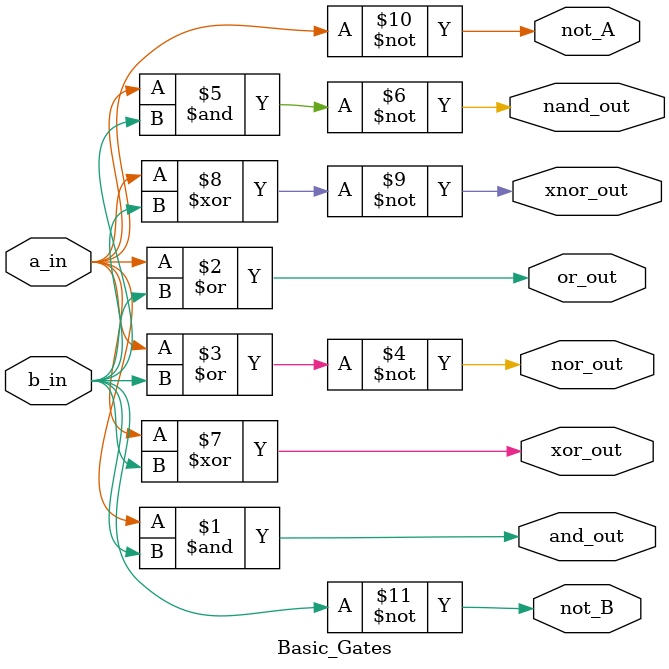
<source format=v>
module Basic_Gates(input a_in,b_in,output not_A,not_B,and_out,or_out,nor_out,nand_out,xor_out,xnor_out);
  
  not g1(not_A,a_in);
  not g2(not_B,b_in);
  and g3(and_out,a_in,b_in);
  or  g4(or_out,a_in,b_in);
  nor g5(nor_out,a_in,b_in);
  nand g6(nand_out,a_in,b_in);
  xor  g7(xor_out,a_in,b_in);
  xnor g8(xnor_out,a_in,b_in);
  
endmodule

</source>
